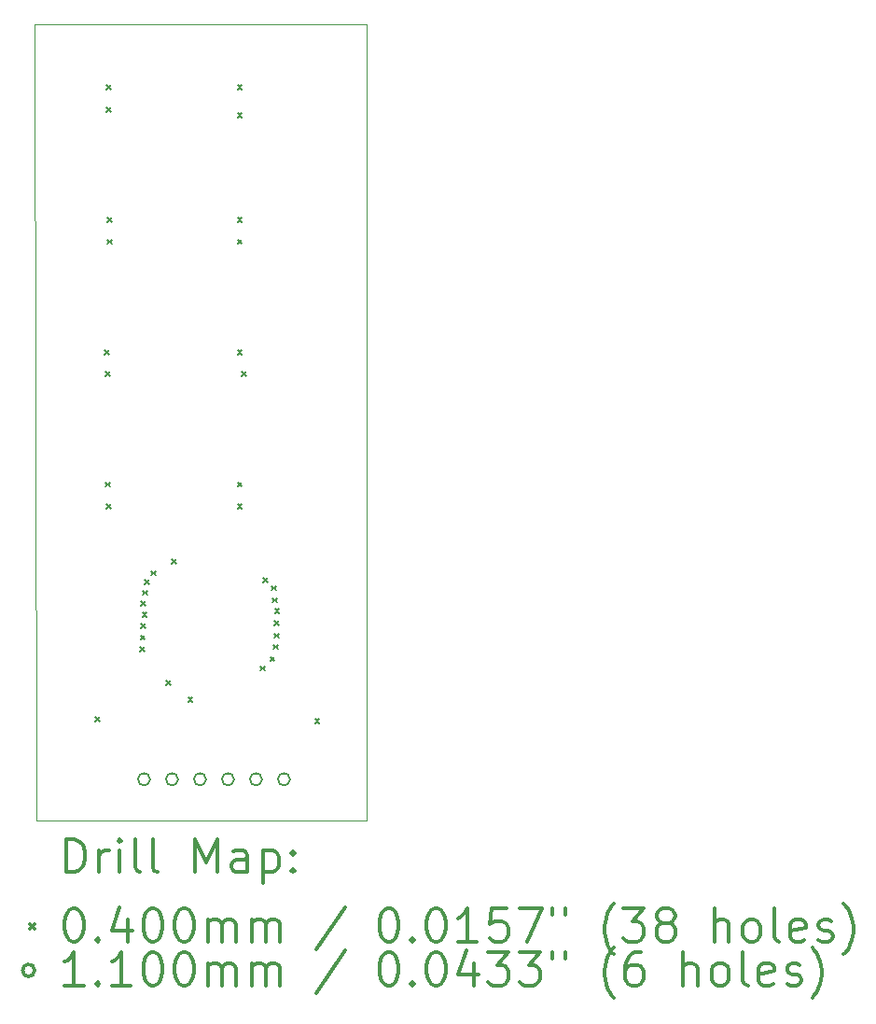
<source format=gbr>
%FSLAX45Y45*%
G04 Gerber Fmt 4.5, Leading zero omitted, Abs format (unit mm)*
G04 Created by KiCad (PCBNEW (5.1.12)-1) date 2022-08-18 11:30:45*
%MOMM*%
%LPD*%
G01*
G04 APERTURE LIST*
%TA.AperFunction,Profile*%
%ADD10C,0.050000*%
%TD*%
%ADD11C,0.200000*%
%ADD12C,0.300000*%
G04 APERTURE END LIST*
D10*
X11440000Y-2530000D02*
X14450000Y-2530000D01*
X11450000Y-9600000D02*
X11440000Y-2530000D01*
X11450000Y-9600000D02*
X11450000Y-9750000D01*
X14450000Y-9750000D02*
X14450000Y-9600000D01*
X11450000Y-9750000D02*
X14450000Y-9750000D01*
X14450000Y-9600000D02*
X14450000Y-2530000D01*
D11*
X11987500Y-8812500D02*
X12027500Y-8852500D01*
X12027500Y-8812500D02*
X11987500Y-8852500D01*
X12070000Y-5480000D02*
X12110000Y-5520000D01*
X12110000Y-5480000D02*
X12070000Y-5520000D01*
X12080000Y-5680000D02*
X12120000Y-5720000D01*
X12120000Y-5680000D02*
X12080000Y-5720000D01*
X12080000Y-6680000D02*
X12120000Y-6720000D01*
X12120000Y-6680000D02*
X12080000Y-6720000D01*
X12090000Y-3280000D02*
X12130000Y-3320000D01*
X12130000Y-3280000D02*
X12090000Y-3320000D01*
X12090000Y-3080000D02*
X12130000Y-3120000D01*
X12130000Y-3080000D02*
X12090000Y-3120000D01*
X12090000Y-6880000D02*
X12130000Y-6920000D01*
X12130000Y-6880000D02*
X12090000Y-6920000D01*
X12100000Y-4280000D02*
X12140000Y-4320000D01*
X12140000Y-4280000D02*
X12100000Y-4320000D01*
X12100000Y-4480000D02*
X12140000Y-4520000D01*
X12140000Y-4480000D02*
X12100000Y-4520000D01*
X12397193Y-8174135D02*
X12437193Y-8214135D01*
X12437193Y-8174135D02*
X12397193Y-8214135D01*
X12399230Y-8069565D02*
X12439230Y-8109565D01*
X12439230Y-8069565D02*
X12399230Y-8109565D01*
X12403101Y-7763368D02*
X12443101Y-7803368D01*
X12443101Y-7763368D02*
X12403101Y-7803368D01*
X12404398Y-7961866D02*
X12444398Y-8001866D01*
X12444398Y-7961866D02*
X12404398Y-8001866D01*
X12415974Y-7862537D02*
X12455974Y-7902537D01*
X12455974Y-7862537D02*
X12415974Y-7902537D01*
X12416794Y-7664262D02*
X12456794Y-7704262D01*
X12456794Y-7664262D02*
X12416794Y-7704262D01*
X12436679Y-7566258D02*
X12476679Y-7606258D01*
X12476679Y-7566258D02*
X12436679Y-7606258D01*
X12495440Y-7484420D02*
X12535440Y-7524420D01*
X12535440Y-7484420D02*
X12495440Y-7524420D01*
X12630000Y-8479999D02*
X12670000Y-8519999D01*
X12670000Y-8479999D02*
X12630000Y-8519999D01*
X12681266Y-7378734D02*
X12721266Y-7418734D01*
X12721266Y-7378734D02*
X12681266Y-7418734D01*
X12830000Y-8630000D02*
X12870000Y-8670000D01*
X12870000Y-8630000D02*
X12830000Y-8670000D01*
X13280000Y-3079999D02*
X13320000Y-3119999D01*
X13320000Y-3079999D02*
X13280000Y-3119999D01*
X13280000Y-3330000D02*
X13320000Y-3370000D01*
X13320000Y-3330000D02*
X13280000Y-3370000D01*
X13280000Y-4280000D02*
X13320000Y-4320000D01*
X13320000Y-4280000D02*
X13280000Y-4320000D01*
X13280000Y-4480000D02*
X13320000Y-4520000D01*
X13320000Y-4480000D02*
X13280000Y-4520000D01*
X13280000Y-5480000D02*
X13320000Y-5520000D01*
X13320000Y-5480000D02*
X13280000Y-5520000D01*
X13280000Y-6680000D02*
X13320000Y-6720000D01*
X13320000Y-6680000D02*
X13280000Y-6720000D01*
X13280000Y-6880000D02*
X13320000Y-6920000D01*
X13320000Y-6880000D02*
X13280000Y-6920000D01*
X13320000Y-5680000D02*
X13360000Y-5720000D01*
X13360000Y-5680000D02*
X13320000Y-5720000D01*
X13487501Y-8349082D02*
X13527501Y-8389082D01*
X13527501Y-8349082D02*
X13487501Y-8389082D01*
X13514692Y-7547592D02*
X13554692Y-7587592D01*
X13554692Y-7547592D02*
X13514692Y-7587592D01*
X13575701Y-8264755D02*
X13615701Y-8304755D01*
X13615701Y-8264755D02*
X13575701Y-8304755D01*
X13587193Y-7621686D02*
X13627193Y-7661686D01*
X13627193Y-7621686D02*
X13587193Y-7661686D01*
X13594361Y-7731386D02*
X13634361Y-7771386D01*
X13634361Y-7731386D02*
X13594361Y-7771386D01*
X13604999Y-8155000D02*
X13644999Y-8195000D01*
X13644999Y-8155000D02*
X13604999Y-8195000D01*
X13613535Y-8053636D02*
X13653535Y-8093636D01*
X13653535Y-8053636D02*
X13613535Y-8093636D01*
X13613619Y-7938619D02*
X13653619Y-7978619D01*
X13653619Y-7938619D02*
X13613619Y-7978619D01*
X13616698Y-7828860D02*
X13656698Y-7868860D01*
X13656698Y-7828860D02*
X13616698Y-7868860D01*
X13982500Y-8827500D02*
X14022500Y-8867500D01*
X14022500Y-8827500D02*
X13982500Y-8867500D01*
X12485000Y-9375000D02*
G75*
G03*
X12485000Y-9375000I-55000J0D01*
G01*
X12739000Y-9375000D02*
G75*
G03*
X12739000Y-9375000I-55000J0D01*
G01*
X12993000Y-9375000D02*
G75*
G03*
X12993000Y-9375000I-55000J0D01*
G01*
X13247000Y-9375000D02*
G75*
G03*
X13247000Y-9375000I-55000J0D01*
G01*
X13501000Y-9375000D02*
G75*
G03*
X13501000Y-9375000I-55000J0D01*
G01*
X13755000Y-9375000D02*
G75*
G03*
X13755000Y-9375000I-55000J0D01*
G01*
D12*
X11723928Y-10218214D02*
X11723928Y-9918214D01*
X11795357Y-9918214D01*
X11838214Y-9932500D01*
X11866786Y-9961072D01*
X11881071Y-9989643D01*
X11895357Y-10046786D01*
X11895357Y-10089643D01*
X11881071Y-10146786D01*
X11866786Y-10175357D01*
X11838214Y-10203929D01*
X11795357Y-10218214D01*
X11723928Y-10218214D01*
X12023928Y-10218214D02*
X12023928Y-10018214D01*
X12023928Y-10075357D02*
X12038214Y-10046786D01*
X12052500Y-10032500D01*
X12081071Y-10018214D01*
X12109643Y-10018214D01*
X12209643Y-10218214D02*
X12209643Y-10018214D01*
X12209643Y-9918214D02*
X12195357Y-9932500D01*
X12209643Y-9946786D01*
X12223928Y-9932500D01*
X12209643Y-9918214D01*
X12209643Y-9946786D01*
X12395357Y-10218214D02*
X12366786Y-10203929D01*
X12352500Y-10175357D01*
X12352500Y-9918214D01*
X12552500Y-10218214D02*
X12523928Y-10203929D01*
X12509643Y-10175357D01*
X12509643Y-9918214D01*
X12895357Y-10218214D02*
X12895357Y-9918214D01*
X12995357Y-10132500D01*
X13095357Y-9918214D01*
X13095357Y-10218214D01*
X13366786Y-10218214D02*
X13366786Y-10061072D01*
X13352500Y-10032500D01*
X13323928Y-10018214D01*
X13266786Y-10018214D01*
X13238214Y-10032500D01*
X13366786Y-10203929D02*
X13338214Y-10218214D01*
X13266786Y-10218214D01*
X13238214Y-10203929D01*
X13223928Y-10175357D01*
X13223928Y-10146786D01*
X13238214Y-10118214D01*
X13266786Y-10103929D01*
X13338214Y-10103929D01*
X13366786Y-10089643D01*
X13509643Y-10018214D02*
X13509643Y-10318214D01*
X13509643Y-10032500D02*
X13538214Y-10018214D01*
X13595357Y-10018214D01*
X13623928Y-10032500D01*
X13638214Y-10046786D01*
X13652500Y-10075357D01*
X13652500Y-10161072D01*
X13638214Y-10189643D01*
X13623928Y-10203929D01*
X13595357Y-10218214D01*
X13538214Y-10218214D01*
X13509643Y-10203929D01*
X13781071Y-10189643D02*
X13795357Y-10203929D01*
X13781071Y-10218214D01*
X13766786Y-10203929D01*
X13781071Y-10189643D01*
X13781071Y-10218214D01*
X13781071Y-10032500D02*
X13795357Y-10046786D01*
X13781071Y-10061072D01*
X13766786Y-10046786D01*
X13781071Y-10032500D01*
X13781071Y-10061072D01*
X11397500Y-10692500D02*
X11437500Y-10732500D01*
X11437500Y-10692500D02*
X11397500Y-10732500D01*
X11781071Y-10548214D02*
X11809643Y-10548214D01*
X11838214Y-10562500D01*
X11852500Y-10576786D01*
X11866786Y-10605357D01*
X11881071Y-10662500D01*
X11881071Y-10733929D01*
X11866786Y-10791072D01*
X11852500Y-10819643D01*
X11838214Y-10833929D01*
X11809643Y-10848214D01*
X11781071Y-10848214D01*
X11752500Y-10833929D01*
X11738214Y-10819643D01*
X11723928Y-10791072D01*
X11709643Y-10733929D01*
X11709643Y-10662500D01*
X11723928Y-10605357D01*
X11738214Y-10576786D01*
X11752500Y-10562500D01*
X11781071Y-10548214D01*
X12009643Y-10819643D02*
X12023928Y-10833929D01*
X12009643Y-10848214D01*
X11995357Y-10833929D01*
X12009643Y-10819643D01*
X12009643Y-10848214D01*
X12281071Y-10648214D02*
X12281071Y-10848214D01*
X12209643Y-10533929D02*
X12138214Y-10748214D01*
X12323928Y-10748214D01*
X12495357Y-10548214D02*
X12523928Y-10548214D01*
X12552500Y-10562500D01*
X12566786Y-10576786D01*
X12581071Y-10605357D01*
X12595357Y-10662500D01*
X12595357Y-10733929D01*
X12581071Y-10791072D01*
X12566786Y-10819643D01*
X12552500Y-10833929D01*
X12523928Y-10848214D01*
X12495357Y-10848214D01*
X12466786Y-10833929D01*
X12452500Y-10819643D01*
X12438214Y-10791072D01*
X12423928Y-10733929D01*
X12423928Y-10662500D01*
X12438214Y-10605357D01*
X12452500Y-10576786D01*
X12466786Y-10562500D01*
X12495357Y-10548214D01*
X12781071Y-10548214D02*
X12809643Y-10548214D01*
X12838214Y-10562500D01*
X12852500Y-10576786D01*
X12866786Y-10605357D01*
X12881071Y-10662500D01*
X12881071Y-10733929D01*
X12866786Y-10791072D01*
X12852500Y-10819643D01*
X12838214Y-10833929D01*
X12809643Y-10848214D01*
X12781071Y-10848214D01*
X12752500Y-10833929D01*
X12738214Y-10819643D01*
X12723928Y-10791072D01*
X12709643Y-10733929D01*
X12709643Y-10662500D01*
X12723928Y-10605357D01*
X12738214Y-10576786D01*
X12752500Y-10562500D01*
X12781071Y-10548214D01*
X13009643Y-10848214D02*
X13009643Y-10648214D01*
X13009643Y-10676786D02*
X13023928Y-10662500D01*
X13052500Y-10648214D01*
X13095357Y-10648214D01*
X13123928Y-10662500D01*
X13138214Y-10691072D01*
X13138214Y-10848214D01*
X13138214Y-10691072D02*
X13152500Y-10662500D01*
X13181071Y-10648214D01*
X13223928Y-10648214D01*
X13252500Y-10662500D01*
X13266786Y-10691072D01*
X13266786Y-10848214D01*
X13409643Y-10848214D02*
X13409643Y-10648214D01*
X13409643Y-10676786D02*
X13423928Y-10662500D01*
X13452500Y-10648214D01*
X13495357Y-10648214D01*
X13523928Y-10662500D01*
X13538214Y-10691072D01*
X13538214Y-10848214D01*
X13538214Y-10691072D02*
X13552500Y-10662500D01*
X13581071Y-10648214D01*
X13623928Y-10648214D01*
X13652500Y-10662500D01*
X13666786Y-10691072D01*
X13666786Y-10848214D01*
X14252500Y-10533929D02*
X13995357Y-10919643D01*
X14638214Y-10548214D02*
X14666786Y-10548214D01*
X14695357Y-10562500D01*
X14709643Y-10576786D01*
X14723928Y-10605357D01*
X14738214Y-10662500D01*
X14738214Y-10733929D01*
X14723928Y-10791072D01*
X14709643Y-10819643D01*
X14695357Y-10833929D01*
X14666786Y-10848214D01*
X14638214Y-10848214D01*
X14609643Y-10833929D01*
X14595357Y-10819643D01*
X14581071Y-10791072D01*
X14566786Y-10733929D01*
X14566786Y-10662500D01*
X14581071Y-10605357D01*
X14595357Y-10576786D01*
X14609643Y-10562500D01*
X14638214Y-10548214D01*
X14866786Y-10819643D02*
X14881071Y-10833929D01*
X14866786Y-10848214D01*
X14852500Y-10833929D01*
X14866786Y-10819643D01*
X14866786Y-10848214D01*
X15066786Y-10548214D02*
X15095357Y-10548214D01*
X15123928Y-10562500D01*
X15138214Y-10576786D01*
X15152500Y-10605357D01*
X15166786Y-10662500D01*
X15166786Y-10733929D01*
X15152500Y-10791072D01*
X15138214Y-10819643D01*
X15123928Y-10833929D01*
X15095357Y-10848214D01*
X15066786Y-10848214D01*
X15038214Y-10833929D01*
X15023928Y-10819643D01*
X15009643Y-10791072D01*
X14995357Y-10733929D01*
X14995357Y-10662500D01*
X15009643Y-10605357D01*
X15023928Y-10576786D01*
X15038214Y-10562500D01*
X15066786Y-10548214D01*
X15452500Y-10848214D02*
X15281071Y-10848214D01*
X15366786Y-10848214D02*
X15366786Y-10548214D01*
X15338214Y-10591072D01*
X15309643Y-10619643D01*
X15281071Y-10633929D01*
X15723928Y-10548214D02*
X15581071Y-10548214D01*
X15566786Y-10691072D01*
X15581071Y-10676786D01*
X15609643Y-10662500D01*
X15681071Y-10662500D01*
X15709643Y-10676786D01*
X15723928Y-10691072D01*
X15738214Y-10719643D01*
X15738214Y-10791072D01*
X15723928Y-10819643D01*
X15709643Y-10833929D01*
X15681071Y-10848214D01*
X15609643Y-10848214D01*
X15581071Y-10833929D01*
X15566786Y-10819643D01*
X15838214Y-10548214D02*
X16038214Y-10548214D01*
X15909643Y-10848214D01*
X16138214Y-10548214D02*
X16138214Y-10605357D01*
X16252500Y-10548214D02*
X16252500Y-10605357D01*
X16695357Y-10962500D02*
X16681071Y-10948214D01*
X16652500Y-10905357D01*
X16638214Y-10876786D01*
X16623928Y-10833929D01*
X16609643Y-10762500D01*
X16609643Y-10705357D01*
X16623928Y-10633929D01*
X16638214Y-10591072D01*
X16652500Y-10562500D01*
X16681071Y-10519643D01*
X16695357Y-10505357D01*
X16781071Y-10548214D02*
X16966786Y-10548214D01*
X16866786Y-10662500D01*
X16909643Y-10662500D01*
X16938214Y-10676786D01*
X16952500Y-10691072D01*
X16966786Y-10719643D01*
X16966786Y-10791072D01*
X16952500Y-10819643D01*
X16938214Y-10833929D01*
X16909643Y-10848214D01*
X16823928Y-10848214D01*
X16795357Y-10833929D01*
X16781071Y-10819643D01*
X17138214Y-10676786D02*
X17109643Y-10662500D01*
X17095357Y-10648214D01*
X17081071Y-10619643D01*
X17081071Y-10605357D01*
X17095357Y-10576786D01*
X17109643Y-10562500D01*
X17138214Y-10548214D01*
X17195357Y-10548214D01*
X17223928Y-10562500D01*
X17238214Y-10576786D01*
X17252500Y-10605357D01*
X17252500Y-10619643D01*
X17238214Y-10648214D01*
X17223928Y-10662500D01*
X17195357Y-10676786D01*
X17138214Y-10676786D01*
X17109643Y-10691072D01*
X17095357Y-10705357D01*
X17081071Y-10733929D01*
X17081071Y-10791072D01*
X17095357Y-10819643D01*
X17109643Y-10833929D01*
X17138214Y-10848214D01*
X17195357Y-10848214D01*
X17223928Y-10833929D01*
X17238214Y-10819643D01*
X17252500Y-10791072D01*
X17252500Y-10733929D01*
X17238214Y-10705357D01*
X17223928Y-10691072D01*
X17195357Y-10676786D01*
X17609643Y-10848214D02*
X17609643Y-10548214D01*
X17738214Y-10848214D02*
X17738214Y-10691072D01*
X17723928Y-10662500D01*
X17695357Y-10648214D01*
X17652500Y-10648214D01*
X17623928Y-10662500D01*
X17609643Y-10676786D01*
X17923928Y-10848214D02*
X17895357Y-10833929D01*
X17881071Y-10819643D01*
X17866786Y-10791072D01*
X17866786Y-10705357D01*
X17881071Y-10676786D01*
X17895357Y-10662500D01*
X17923928Y-10648214D01*
X17966786Y-10648214D01*
X17995357Y-10662500D01*
X18009643Y-10676786D01*
X18023928Y-10705357D01*
X18023928Y-10791072D01*
X18009643Y-10819643D01*
X17995357Y-10833929D01*
X17966786Y-10848214D01*
X17923928Y-10848214D01*
X18195357Y-10848214D02*
X18166786Y-10833929D01*
X18152500Y-10805357D01*
X18152500Y-10548214D01*
X18423928Y-10833929D02*
X18395357Y-10848214D01*
X18338214Y-10848214D01*
X18309643Y-10833929D01*
X18295357Y-10805357D01*
X18295357Y-10691072D01*
X18309643Y-10662500D01*
X18338214Y-10648214D01*
X18395357Y-10648214D01*
X18423928Y-10662500D01*
X18438214Y-10691072D01*
X18438214Y-10719643D01*
X18295357Y-10748214D01*
X18552500Y-10833929D02*
X18581071Y-10848214D01*
X18638214Y-10848214D01*
X18666786Y-10833929D01*
X18681071Y-10805357D01*
X18681071Y-10791072D01*
X18666786Y-10762500D01*
X18638214Y-10748214D01*
X18595357Y-10748214D01*
X18566786Y-10733929D01*
X18552500Y-10705357D01*
X18552500Y-10691072D01*
X18566786Y-10662500D01*
X18595357Y-10648214D01*
X18638214Y-10648214D01*
X18666786Y-10662500D01*
X18781071Y-10962500D02*
X18795357Y-10948214D01*
X18823928Y-10905357D01*
X18838214Y-10876786D01*
X18852500Y-10833929D01*
X18866786Y-10762500D01*
X18866786Y-10705357D01*
X18852500Y-10633929D01*
X18838214Y-10591072D01*
X18823928Y-10562500D01*
X18795357Y-10519643D01*
X18781071Y-10505357D01*
X11437500Y-11108500D02*
G75*
G03*
X11437500Y-11108500I-55000J0D01*
G01*
X11881071Y-11244214D02*
X11709643Y-11244214D01*
X11795357Y-11244214D02*
X11795357Y-10944214D01*
X11766786Y-10987072D01*
X11738214Y-11015643D01*
X11709643Y-11029929D01*
X12009643Y-11215643D02*
X12023928Y-11229929D01*
X12009643Y-11244214D01*
X11995357Y-11229929D01*
X12009643Y-11215643D01*
X12009643Y-11244214D01*
X12309643Y-11244214D02*
X12138214Y-11244214D01*
X12223928Y-11244214D02*
X12223928Y-10944214D01*
X12195357Y-10987072D01*
X12166786Y-11015643D01*
X12138214Y-11029929D01*
X12495357Y-10944214D02*
X12523928Y-10944214D01*
X12552500Y-10958500D01*
X12566786Y-10972786D01*
X12581071Y-11001357D01*
X12595357Y-11058500D01*
X12595357Y-11129929D01*
X12581071Y-11187071D01*
X12566786Y-11215643D01*
X12552500Y-11229929D01*
X12523928Y-11244214D01*
X12495357Y-11244214D01*
X12466786Y-11229929D01*
X12452500Y-11215643D01*
X12438214Y-11187071D01*
X12423928Y-11129929D01*
X12423928Y-11058500D01*
X12438214Y-11001357D01*
X12452500Y-10972786D01*
X12466786Y-10958500D01*
X12495357Y-10944214D01*
X12781071Y-10944214D02*
X12809643Y-10944214D01*
X12838214Y-10958500D01*
X12852500Y-10972786D01*
X12866786Y-11001357D01*
X12881071Y-11058500D01*
X12881071Y-11129929D01*
X12866786Y-11187071D01*
X12852500Y-11215643D01*
X12838214Y-11229929D01*
X12809643Y-11244214D01*
X12781071Y-11244214D01*
X12752500Y-11229929D01*
X12738214Y-11215643D01*
X12723928Y-11187071D01*
X12709643Y-11129929D01*
X12709643Y-11058500D01*
X12723928Y-11001357D01*
X12738214Y-10972786D01*
X12752500Y-10958500D01*
X12781071Y-10944214D01*
X13009643Y-11244214D02*
X13009643Y-11044214D01*
X13009643Y-11072786D02*
X13023928Y-11058500D01*
X13052500Y-11044214D01*
X13095357Y-11044214D01*
X13123928Y-11058500D01*
X13138214Y-11087072D01*
X13138214Y-11244214D01*
X13138214Y-11087072D02*
X13152500Y-11058500D01*
X13181071Y-11044214D01*
X13223928Y-11044214D01*
X13252500Y-11058500D01*
X13266786Y-11087072D01*
X13266786Y-11244214D01*
X13409643Y-11244214D02*
X13409643Y-11044214D01*
X13409643Y-11072786D02*
X13423928Y-11058500D01*
X13452500Y-11044214D01*
X13495357Y-11044214D01*
X13523928Y-11058500D01*
X13538214Y-11087072D01*
X13538214Y-11244214D01*
X13538214Y-11087072D02*
X13552500Y-11058500D01*
X13581071Y-11044214D01*
X13623928Y-11044214D01*
X13652500Y-11058500D01*
X13666786Y-11087072D01*
X13666786Y-11244214D01*
X14252500Y-10929929D02*
X13995357Y-11315643D01*
X14638214Y-10944214D02*
X14666786Y-10944214D01*
X14695357Y-10958500D01*
X14709643Y-10972786D01*
X14723928Y-11001357D01*
X14738214Y-11058500D01*
X14738214Y-11129929D01*
X14723928Y-11187071D01*
X14709643Y-11215643D01*
X14695357Y-11229929D01*
X14666786Y-11244214D01*
X14638214Y-11244214D01*
X14609643Y-11229929D01*
X14595357Y-11215643D01*
X14581071Y-11187071D01*
X14566786Y-11129929D01*
X14566786Y-11058500D01*
X14581071Y-11001357D01*
X14595357Y-10972786D01*
X14609643Y-10958500D01*
X14638214Y-10944214D01*
X14866786Y-11215643D02*
X14881071Y-11229929D01*
X14866786Y-11244214D01*
X14852500Y-11229929D01*
X14866786Y-11215643D01*
X14866786Y-11244214D01*
X15066786Y-10944214D02*
X15095357Y-10944214D01*
X15123928Y-10958500D01*
X15138214Y-10972786D01*
X15152500Y-11001357D01*
X15166786Y-11058500D01*
X15166786Y-11129929D01*
X15152500Y-11187071D01*
X15138214Y-11215643D01*
X15123928Y-11229929D01*
X15095357Y-11244214D01*
X15066786Y-11244214D01*
X15038214Y-11229929D01*
X15023928Y-11215643D01*
X15009643Y-11187071D01*
X14995357Y-11129929D01*
X14995357Y-11058500D01*
X15009643Y-11001357D01*
X15023928Y-10972786D01*
X15038214Y-10958500D01*
X15066786Y-10944214D01*
X15423928Y-11044214D02*
X15423928Y-11244214D01*
X15352500Y-10929929D02*
X15281071Y-11144214D01*
X15466786Y-11144214D01*
X15552500Y-10944214D02*
X15738214Y-10944214D01*
X15638214Y-11058500D01*
X15681071Y-11058500D01*
X15709643Y-11072786D01*
X15723928Y-11087072D01*
X15738214Y-11115643D01*
X15738214Y-11187071D01*
X15723928Y-11215643D01*
X15709643Y-11229929D01*
X15681071Y-11244214D01*
X15595357Y-11244214D01*
X15566786Y-11229929D01*
X15552500Y-11215643D01*
X15838214Y-10944214D02*
X16023928Y-10944214D01*
X15923928Y-11058500D01*
X15966786Y-11058500D01*
X15995357Y-11072786D01*
X16009643Y-11087072D01*
X16023928Y-11115643D01*
X16023928Y-11187071D01*
X16009643Y-11215643D01*
X15995357Y-11229929D01*
X15966786Y-11244214D01*
X15881071Y-11244214D01*
X15852500Y-11229929D01*
X15838214Y-11215643D01*
X16138214Y-10944214D02*
X16138214Y-11001357D01*
X16252500Y-10944214D02*
X16252500Y-11001357D01*
X16695357Y-11358500D02*
X16681071Y-11344214D01*
X16652500Y-11301357D01*
X16638214Y-11272786D01*
X16623928Y-11229929D01*
X16609643Y-11158500D01*
X16609643Y-11101357D01*
X16623928Y-11029929D01*
X16638214Y-10987072D01*
X16652500Y-10958500D01*
X16681071Y-10915643D01*
X16695357Y-10901357D01*
X16938214Y-10944214D02*
X16881071Y-10944214D01*
X16852500Y-10958500D01*
X16838214Y-10972786D01*
X16809643Y-11015643D01*
X16795357Y-11072786D01*
X16795357Y-11187071D01*
X16809643Y-11215643D01*
X16823928Y-11229929D01*
X16852500Y-11244214D01*
X16909643Y-11244214D01*
X16938214Y-11229929D01*
X16952500Y-11215643D01*
X16966786Y-11187071D01*
X16966786Y-11115643D01*
X16952500Y-11087072D01*
X16938214Y-11072786D01*
X16909643Y-11058500D01*
X16852500Y-11058500D01*
X16823928Y-11072786D01*
X16809643Y-11087072D01*
X16795357Y-11115643D01*
X17323928Y-11244214D02*
X17323928Y-10944214D01*
X17452500Y-11244214D02*
X17452500Y-11087072D01*
X17438214Y-11058500D01*
X17409643Y-11044214D01*
X17366786Y-11044214D01*
X17338214Y-11058500D01*
X17323928Y-11072786D01*
X17638214Y-11244214D02*
X17609643Y-11229929D01*
X17595357Y-11215643D01*
X17581071Y-11187071D01*
X17581071Y-11101357D01*
X17595357Y-11072786D01*
X17609643Y-11058500D01*
X17638214Y-11044214D01*
X17681071Y-11044214D01*
X17709643Y-11058500D01*
X17723928Y-11072786D01*
X17738214Y-11101357D01*
X17738214Y-11187071D01*
X17723928Y-11215643D01*
X17709643Y-11229929D01*
X17681071Y-11244214D01*
X17638214Y-11244214D01*
X17909643Y-11244214D02*
X17881071Y-11229929D01*
X17866786Y-11201357D01*
X17866786Y-10944214D01*
X18138214Y-11229929D02*
X18109643Y-11244214D01*
X18052500Y-11244214D01*
X18023928Y-11229929D01*
X18009643Y-11201357D01*
X18009643Y-11087072D01*
X18023928Y-11058500D01*
X18052500Y-11044214D01*
X18109643Y-11044214D01*
X18138214Y-11058500D01*
X18152500Y-11087072D01*
X18152500Y-11115643D01*
X18009643Y-11144214D01*
X18266786Y-11229929D02*
X18295357Y-11244214D01*
X18352500Y-11244214D01*
X18381071Y-11229929D01*
X18395357Y-11201357D01*
X18395357Y-11187071D01*
X18381071Y-11158500D01*
X18352500Y-11144214D01*
X18309643Y-11144214D01*
X18281071Y-11129929D01*
X18266786Y-11101357D01*
X18266786Y-11087072D01*
X18281071Y-11058500D01*
X18309643Y-11044214D01*
X18352500Y-11044214D01*
X18381071Y-11058500D01*
X18495357Y-11358500D02*
X18509643Y-11344214D01*
X18538214Y-11301357D01*
X18552500Y-11272786D01*
X18566786Y-11229929D01*
X18581071Y-11158500D01*
X18581071Y-11101357D01*
X18566786Y-11029929D01*
X18552500Y-10987072D01*
X18538214Y-10958500D01*
X18509643Y-10915643D01*
X18495357Y-10901357D01*
M02*

</source>
